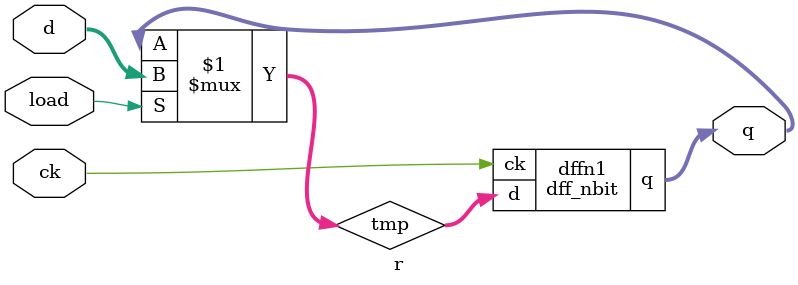
<source format=v>
module clk(ck);
output ck; // クロック信号を出力するモジュール
reg ck; // クロック信号を出力するレジスタ
initial ck = 0; // 初期値をに設定 0
always #50 ck = ~ck; // ５０秒ごとにクロックを反転
endmodule
module dff_nbit(q,d,ck);
parameter n = 4; // ビット幅のパラメータ
input [n-1:0] d; // 入力データ
input ck; // クロック信号
output [n-1:0] q; // 出力データ
reg [n-1:0] q; // 出力データをレジスタとして定義
initial q = 0; // 初期値を０に設定
always @(negedge ck) q = d; // クロックの立ち下がりで入力データを出力に転送
endmodule
module r(q,d,ck,load);
parameter n = 4; // ビット幅のパラメータ
input [n-1:0] d; // 入力データ
input ck, load; // クロック信号とロード信号
output [n-1:0] q; // 出力データ
wire [n-1:0] tmp; // 一時的な配線
dff_nbit dffn1(q, tmp, ck); // ビットのフリップフロップをインスタンス化 nD
assign tmp = load ? d : q; // ロード信号が１のときは入力データを、０のときは現在の出力データを使用
endmodule
</source>
